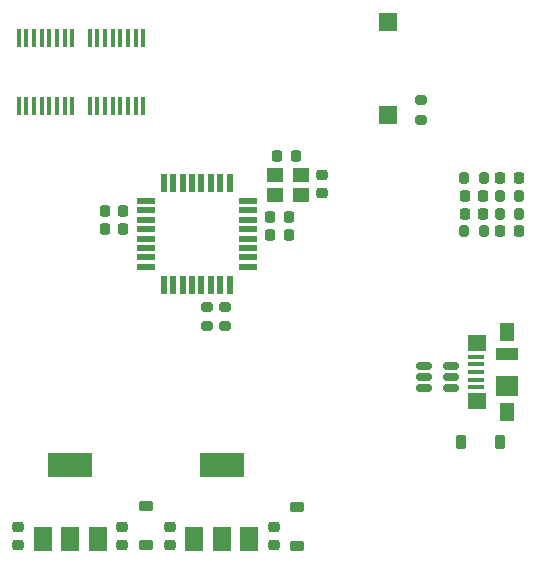
<source format=gbr>
%TF.GenerationSoftware,KiCad,Pcbnew,(7.0.0)*%
%TF.CreationDate,2024-01-17T09:10:34+05:30*%
%TF.ProjectId,Temperature Thing With Thermocouple,54656d70-6572-4617-9475-726520546869,rev?*%
%TF.SameCoordinates,Original*%
%TF.FileFunction,Paste,Top*%
%TF.FilePolarity,Positive*%
%FSLAX46Y46*%
G04 Gerber Fmt 4.6, Leading zero omitted, Abs format (unit mm)*
G04 Created by KiCad (PCBNEW (7.0.0)) date 2024-01-17 09:10:34*
%MOMM*%
%LPD*%
G01*
G04 APERTURE LIST*
G04 Aperture macros list*
%AMRoundRect*
0 Rectangle with rounded corners*
0 $1 Rounding radius*
0 $2 $3 $4 $5 $6 $7 $8 $9 X,Y pos of 4 corners*
0 Add a 4 corners polygon primitive as box body*
4,1,4,$2,$3,$4,$5,$6,$7,$8,$9,$2,$3,0*
0 Add four circle primitives for the rounded corners*
1,1,$1+$1,$2,$3*
1,1,$1+$1,$4,$5*
1,1,$1+$1,$6,$7*
1,1,$1+$1,$8,$9*
0 Add four rect primitives between the rounded corners*
20,1,$1+$1,$2,$3,$4,$5,0*
20,1,$1+$1,$4,$5,$6,$7,0*
20,1,$1+$1,$6,$7,$8,$9,0*
20,1,$1+$1,$8,$9,$2,$3,0*%
G04 Aperture macros list end*
%ADD10R,1.500000X2.000000*%
%ADD11R,3.800000X2.000000*%
%ADD12RoundRect,0.225000X0.375000X-0.225000X0.375000X0.225000X-0.375000X0.225000X-0.375000X-0.225000X0*%
%ADD13RoundRect,0.218750X0.218750X0.256250X-0.218750X0.256250X-0.218750X-0.256250X0.218750X-0.256250X0*%
%ADD14RoundRect,0.200000X0.275000X-0.200000X0.275000X0.200000X-0.275000X0.200000X-0.275000X-0.200000X0*%
%ADD15RoundRect,0.225000X-0.250000X0.225000X-0.250000X-0.225000X0.250000X-0.225000X0.250000X0.225000X0*%
%ADD16RoundRect,0.225000X-0.225000X-0.250000X0.225000X-0.250000X0.225000X0.250000X-0.225000X0.250000X0*%
%ADD17R,0.450000X1.600000*%
%ADD18RoundRect,0.200000X-0.200000X-0.275000X0.200000X-0.275000X0.200000X0.275000X-0.200000X0.275000X0*%
%ADD19RoundRect,0.200000X0.200000X0.275000X-0.200000X0.275000X-0.200000X-0.275000X0.200000X-0.275000X0*%
%ADD20RoundRect,0.200000X-0.275000X0.200000X-0.275000X-0.200000X0.275000X-0.200000X0.275000X0.200000X0*%
%ADD21R,1.380000X0.450000*%
%ADD22R,1.300000X1.650000*%
%ADD23R,1.550000X1.425000*%
%ADD24R,1.900000X1.800000*%
%ADD25R,1.900000X1.000000*%
%ADD26RoundRect,0.225000X0.250000X-0.225000X0.250000X0.225000X-0.250000X0.225000X-0.250000X-0.225000X0*%
%ADD27R,1.500000X0.550000*%
%ADD28R,0.550000X1.500000*%
%ADD29RoundRect,0.218750X-0.218750X-0.256250X0.218750X-0.256250X0.218750X0.256250X-0.218750X0.256250X0*%
%ADD30RoundRect,0.150000X-0.512500X-0.150000X0.512500X-0.150000X0.512500X0.150000X-0.512500X0.150000X0*%
%ADD31R,1.500000X1.500000*%
%ADD32R,1.400000X1.200000*%
%ADD33RoundRect,0.225000X-0.375000X0.225000X-0.375000X-0.225000X0.375000X-0.225000X0.375000X0.225000X0*%
%ADD34RoundRect,0.225000X-0.225000X-0.375000X0.225000X-0.375000X0.225000X0.375000X-0.225000X0.375000X0*%
%ADD35RoundRect,0.225000X0.225000X0.250000X-0.225000X0.250000X-0.225000X-0.250000X0.225000X-0.250000X0*%
G04 APERTURE END LIST*
D10*
%TO.C,U10*%
X147299999Y-122449999D03*
X149599999Y-122449999D03*
D11*
X149599999Y-116149999D03*
D10*
X151899999Y-122449999D03*
%TD*%
D12*
%TO.C,D4*%
X143200000Y-122950000D03*
X143200000Y-119650000D03*
%TD*%
D13*
%TO.C,D1*%
X174775000Y-96400000D03*
X173200000Y-96400000D03*
%TD*%
D14*
%TO.C,R10*%
X148400000Y-104425000D03*
X148400000Y-102775000D03*
%TD*%
D15*
%TO.C,C22*%
X145200000Y-121425000D03*
X145200000Y-122975000D03*
%TD*%
D16*
%TO.C,C15*%
X139725000Y-96200000D03*
X141275000Y-96200000D03*
%TD*%
D17*
%TO.C,U4*%
X136974999Y-80024999D03*
X136324999Y-80024999D03*
X135674999Y-80024999D03*
X135024999Y-80024999D03*
X134374999Y-80024999D03*
X133724999Y-80024999D03*
X133074999Y-80024999D03*
X132424999Y-80024999D03*
X132424999Y-85774999D03*
X133074999Y-85774999D03*
X133724999Y-85774999D03*
X134374999Y-85774999D03*
X135024999Y-85774999D03*
X135674999Y-85774999D03*
X136324999Y-85774999D03*
X136974999Y-85774999D03*
%TD*%
D18*
%TO.C,R15*%
X170162500Y-91900000D03*
X171812500Y-91900000D03*
%TD*%
D15*
%TO.C,C17*%
X158100000Y-91625000D03*
X158100000Y-93175000D03*
%TD*%
D19*
%TO.C,R12*%
X171812500Y-96400000D03*
X170162500Y-96400000D03*
%TD*%
D20*
%TO.C,R16*%
X166500000Y-85275000D03*
X166500000Y-86925000D03*
%TD*%
D21*
%TO.C,J20*%
X171139999Y-109599999D03*
X171139999Y-108949999D03*
X171139999Y-108299999D03*
X171139999Y-107649999D03*
X171139999Y-106999999D03*
D22*
X173799999Y-111674999D03*
D23*
X171224999Y-110787499D03*
D24*
X173799999Y-109449999D03*
D25*
X173799999Y-106749999D03*
D23*
X171224999Y-105812499D03*
D22*
X173799999Y-104924999D03*
%TD*%
D26*
%TO.C,C19*%
X141200000Y-122975000D03*
X141200000Y-121425000D03*
%TD*%
D27*
%TO.C,U6*%
X151799999Y-99399999D03*
X151799999Y-98599999D03*
X151799999Y-97799999D03*
X151799999Y-96999999D03*
X151799999Y-96199999D03*
X151799999Y-95399999D03*
X151799999Y-94599999D03*
X151799999Y-93799999D03*
D28*
X150299999Y-92299999D03*
X149499999Y-92299999D03*
X148699999Y-92299999D03*
X147899999Y-92299999D03*
X147099999Y-92299999D03*
X146299999Y-92299999D03*
X145499999Y-92299999D03*
X144699999Y-92299999D03*
D27*
X143199999Y-93799999D03*
X143199999Y-94599999D03*
X143199999Y-95399999D03*
X143199999Y-96199999D03*
X143199999Y-96999999D03*
X143199999Y-97799999D03*
X143199999Y-98599999D03*
X143199999Y-99399999D03*
D28*
X144699999Y-100899999D03*
X145499999Y-100899999D03*
X146299999Y-100899999D03*
X147099999Y-100899999D03*
X147899999Y-100899999D03*
X148699999Y-100899999D03*
X149499999Y-100899999D03*
X150299999Y-100899999D03*
%TD*%
D29*
%TO.C,D7*%
X170200000Y-94900000D03*
X171775000Y-94900000D03*
%TD*%
D16*
%TO.C,C13*%
X139725000Y-94700000D03*
X141275000Y-94700000D03*
%TD*%
D15*
%TO.C,C21*%
X154000000Y-121425000D03*
X154000000Y-122975000D03*
%TD*%
D30*
%TO.C,U9*%
X166762500Y-107750000D03*
X166762500Y-108700000D03*
X166762500Y-109650000D03*
X169037500Y-109650000D03*
X169037500Y-108700000D03*
X169037500Y-107750000D03*
%TD*%
D31*
%TO.C,SW1*%
X163699999Y-78699999D03*
X163699999Y-86499999D03*
%TD*%
D19*
%TO.C,R13*%
X174812500Y-93400000D03*
X173162500Y-93400000D03*
%TD*%
D15*
%TO.C,C20*%
X132400000Y-121425000D03*
X132400000Y-122975000D03*
%TD*%
D14*
%TO.C,R11*%
X149900000Y-104425000D03*
X149900000Y-102775000D03*
%TD*%
D29*
%TO.C,D6*%
X170200000Y-93400000D03*
X171775000Y-93400000D03*
%TD*%
D13*
%TO.C,D5*%
X174775000Y-91900000D03*
X173200000Y-91900000D03*
%TD*%
D10*
%TO.C,U7*%
X134499999Y-122449999D03*
X136799999Y-122449999D03*
D11*
X136799999Y-116149999D03*
D10*
X139099999Y-122449999D03*
%TD*%
D32*
%TO.C,Y2*%
X154099999Y-93349999D03*
X156299999Y-93349999D03*
X156299999Y-91649999D03*
X154099999Y-91649999D03*
%TD*%
D33*
%TO.C,D3*%
X156000000Y-119750000D03*
X156000000Y-123050000D03*
%TD*%
D17*
%TO.C,U8*%
X142974999Y-80024999D03*
X142324999Y-80024999D03*
X141674999Y-80024999D03*
X141024999Y-80024999D03*
X140374999Y-80024999D03*
X139724999Y-80024999D03*
X139074999Y-80024999D03*
X138424999Y-80024999D03*
X138424999Y-85774999D03*
X139074999Y-85774999D03*
X139724999Y-85774999D03*
X140374999Y-85774999D03*
X141024999Y-85774999D03*
X141674999Y-85774999D03*
X142324999Y-85774999D03*
X142974999Y-85774999D03*
%TD*%
D16*
%TO.C,C18*%
X154325000Y-90000000D03*
X155875000Y-90000000D03*
%TD*%
D19*
%TO.C,R14*%
X174812500Y-94900000D03*
X173162500Y-94900000D03*
%TD*%
D34*
%TO.C,D2*%
X169850000Y-114200000D03*
X173150000Y-114200000D03*
%TD*%
D35*
%TO.C,C12*%
X155275000Y-95200000D03*
X153725000Y-95200000D03*
%TD*%
%TO.C,C14*%
X155275000Y-96700000D03*
X153725000Y-96700000D03*
%TD*%
M02*

</source>
